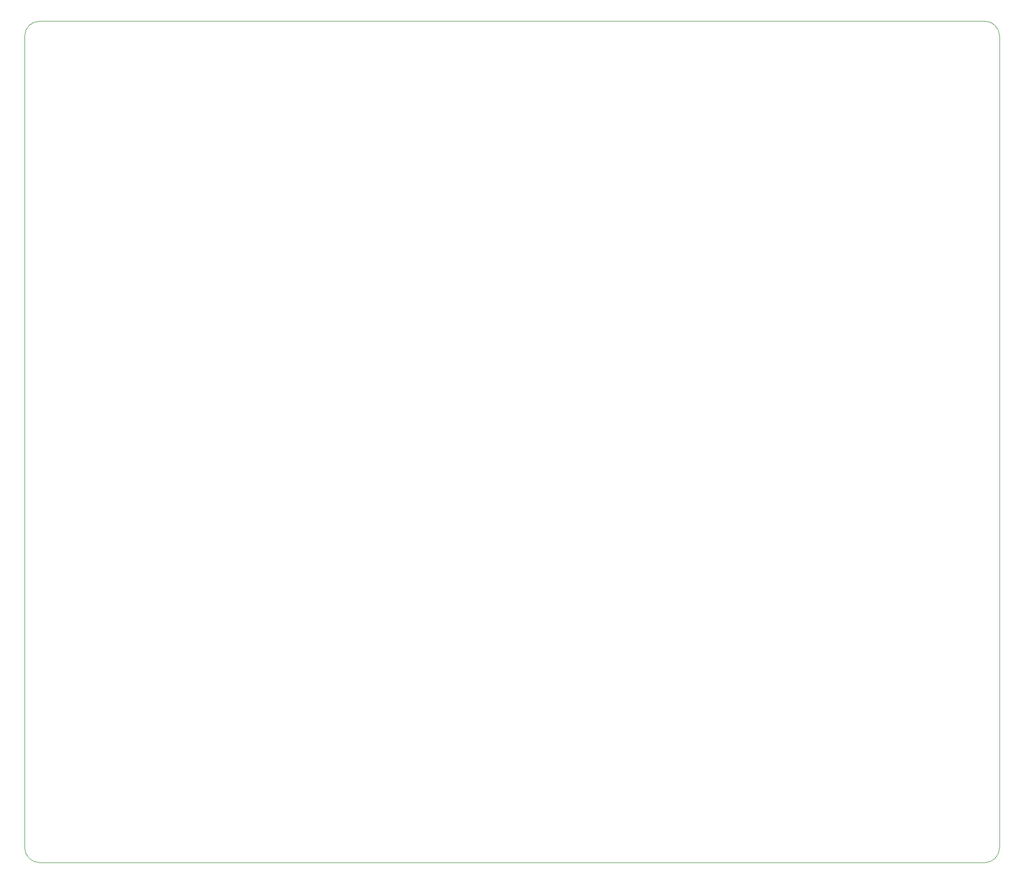
<source format=gm1>
G04 #@! TF.GenerationSoftware,KiCad,Pcbnew,7.0.10*
G04 #@! TF.CreationDate,2024-03-15T17:14:54-07:00*
G04 #@! TF.ProjectId,testboard,74657374-626f-4617-9264-2e6b69636164,rev?*
G04 #@! TF.SameCoordinates,Original*
G04 #@! TF.FileFunction,Profile,NP*
%FSLAX46Y46*%
G04 Gerber Fmt 4.6, Leading zero omitted, Abs format (unit mm)*
G04 Created by KiCad (PCBNEW 7.0.10) date 2024-03-15 17:14:54*
%MOMM*%
%LPD*%
G01*
G04 APERTURE LIST*
G04 #@! TA.AperFunction,Profile*
%ADD10C,0.100000*%
G04 #@! TD*
G04 APERTURE END LIST*
D10*
X25000000Y-157460000D02*
X25000000Y-20040000D01*
X187460000Y-160000000D02*
X27540000Y-160000000D01*
X190000000Y-20040000D02*
G75*
G03*
X187460000Y-17500000I-2540000J0D01*
G01*
X187460000Y-160000000D02*
G75*
G03*
X190000000Y-157460000I0J2540000D01*
G01*
X27540000Y-17500000D02*
X187460000Y-17500000D01*
X190000000Y-20040000D02*
X190000000Y-157460000D01*
X27540000Y-17500000D02*
G75*
G03*
X25000000Y-20040000I0J-2540000D01*
G01*
X25000000Y-157460000D02*
G75*
G03*
X27540000Y-160000000I2540000J0D01*
G01*
M02*

</source>
